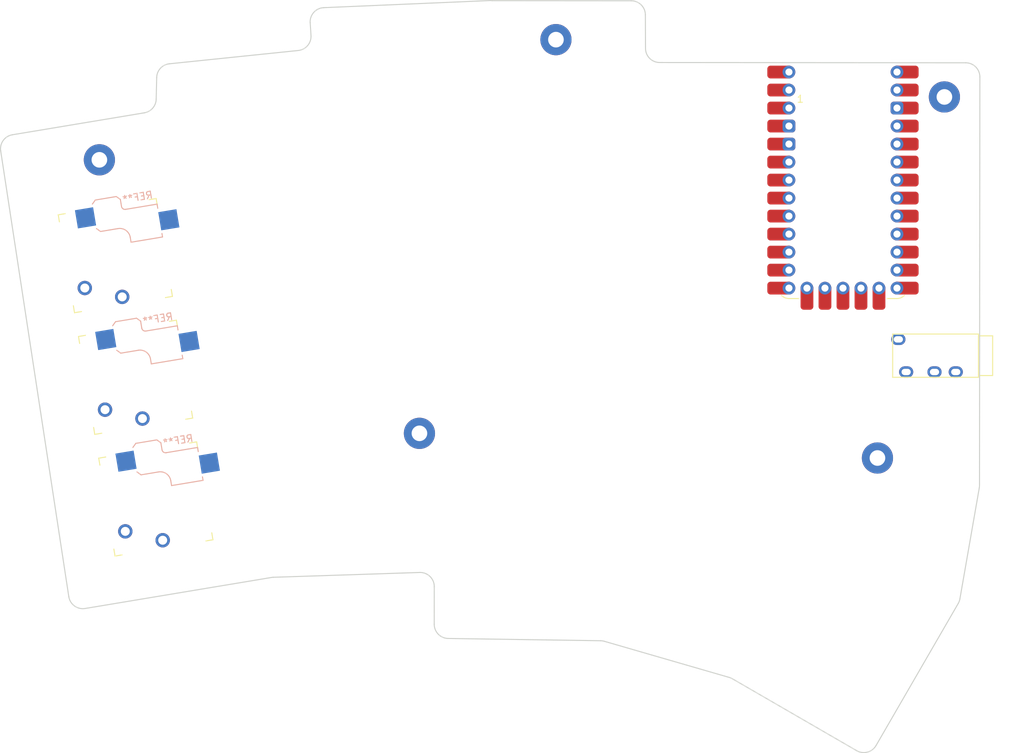
<source format=kicad_pcb>
(kicad_pcb (version 20241229) (generator "pcbnew") (generator_version "9.0")
  (title_block (title "Klorball35_left") (rev "1") (company "danbowles"))
  (layers (0 "F.Cu" signal) (2 "B.Cu" signal) (13 "F.Paste" user) (15 "B.Paste" user) (5 "F.SilkS" user "F.Silkscreen") (7 "B.SilkS" user "B.Silkscreen") (1 "F.Mask" user) (3 "B.Mask" user) (25 "Edge.Cuts" user))
  (net 0 "")
  (footprint "Mounting_Hole:MountingHole_2.2mm_M2_Pad" (layer "F.Cu") (at 230.510999 67.420137)
    (property "Reference" "H7" (hide yes))
    (property "Value" "MountingHole")
    (pad "1" thru_hole circle (at 0 0) (size 4.4 4.4) (drill 2.2) (layers "*.Cu" "*.Mask"))
  )
  (footprint "keyswitches:Kailh_socket_PG1350_optional" (layer "F.Cu") (at 168.356395 97.886487 9.45)
    (property "Reference" "REF**" (hide yes))
    (property "Value" "Kailh_socket_PG1350_optional")
    (fp_line (start -7 -6) (end -7 -7) (stroke (width 0.15)) (layer "F.SilkS"))
    (fp_line (start -5.999999 -7) (end -7 -7) (stroke (width 0.15)) (layer "F.SilkS"))
    (fp_line (start -7 7) (end -7 5.999999) (stroke (width 0.15)) (layer "F.SilkS"))
    (fp_line (start -7 7) (end -6 7) (stroke (width 0.15)) (layer "F.SilkS"))
    (fp_line (start 7 -7) (end 6 -7) (stroke (width 0.15)) (layer "F.SilkS"))
    (fp_line (start 7 -7) (end 7 -5.999999) (stroke (width 0.15)) (layer "F.SilkS"))
    (fp_line (start 5.999999 7) (end 7 7) (stroke (width 0.15)) (layer "F.SilkS"))
    (fp_line (start 7 6) (end 7 7) (stroke (width 0.15)) (layer "F.SilkS"))
    (fp_line (start -2 -7.7) (end -1.5 -8.2) (stroke (width 0.15)) (layer "B.SilkS"))
    (fp_line (start -1.5 -8.2) (end 1.5 -8.2) (stroke (width 0.15)) (layer "B.SilkS"))
    (fp_line (start -2 -4.2) (end -1.5 -3.7) (stroke (width 0.15)) (layer "B.SilkS"))
    (fp_line (start -1.5 -3.7) (end 1 -3.7) (stroke (width 0.15)) (layer "B.SilkS"))
    (fp_line (start 1.5 -8.2) (end 2 -7.7) (stroke (width 0.15)) (layer "B.SilkS"))
    (fp_line (start 2 -6.7) (end 2 -7.7) (stroke (width 0.15)) (layer "B.SilkS"))
    (fp_line (start 2.5 -2.2) (end 2.5 -1.5) (stroke (width 0.15)) (layer "B.SilkS"))
    (fp_line (start 2.5 -1.5) (end 7 -1.5) (stroke (width 0.15)) (layer "B.SilkS"))
    (fp_line (start 7 -6.2) (end 2.5 -6.2) (stroke (width 0.15)) (layer "B.SilkS"))
    (fp_line (start 7 -5.6) (end 7 -6.2) (stroke (width 0.15)) (layer "B.SilkS"))
    (fp_line (start 7 -1.5) (end 7 -2) (stroke (width 0.15)) (layer "B.SilkS"))
    (fp_arc (start 1 -3.7) (mid 2.06066 -3.26066) (end 2.5 -2.2) (stroke (width 0.15)) (layer "B.SilkS"))
    (fp_arc (start 2.5 -6.2) (mid 2.146447 -6.346447) (end 2 -6.7) (stroke (width 0.15)) (layer "B.SilkS"))
    (fp_text user "${REFERENCE}" (at 4.445 -7.62 9.45) (layer "B.SilkS") (effects (justify mirror)))
    (pad "" np_thru_hole circle (at -5.5 0 9.45) (size 1.7018 1.7018) (drill 1.7018) (layers "*.Cu" "*.Mask"))
    (pad "" np_thru_hole circle (at 0 -5.95 9.45) (size 3 3) (drill 3) (layers "*.Cu" "*.Mask"))
    (pad "" np_thru_hole circle (at 0 0 9.45) (size 3.429 3.429) (drill 3.429) (layers "*.Cu" "*.Mask"))
    (pad "" np_thru_hole circle (at 5 -3.75 9.45) (size 3 3) (drill 3) (layers "*.Cu" "*.Mask"))
    (pad "" np_thru_hole circle (at 5.5 0 9.45) (size 1.7018 1.7018) (drill 1.7018) (layers "*.Cu" "*.Mask"))
    (pad "1" smd rect (at -3.275 -5.95 9.45) (size 2.6 2.6) (layers "B.Cu" "B.Mask" "B.Paste"))
    (pad "1" thru_hole circle (at 0 5.9 9.45) (size 2.032 2.032) (drill 1.27) (layers "*.Cu" "*.Mask"))
    (pad "2" thru_hole circle (at -5 3.8 9.45) (size 2.032 2.032) (drill 1.27) (layers "*.Cu" "*.Mask"))
    (pad "2" smd rect (at 8.275 -3.75 9.45) (size 2.6 2.6) (layers "B.Cu" "B.Mask" "B.Paste"))
  )
  (footprint "Mounting_Hole:MountingHole_2.2mm_M2_Pad" (layer "F.Cu") (at 211.256069 122.955884)
    (property "Reference" "H7" (hide yes))
    (property "Value" "MountingHole")
    (pad "1" thru_hole circle (at 0 0) (size 4.4 4.4) (drill 2.2) (layers "*.Cu" "*.Mask"))
  )
  (footprint "Mounting_Hole:MountingHole_2.2mm_M2_Pad" (layer "F.Cu") (at 275.864042 126.436174)
    (property "Reference" "H7" (hide yes))
    (property "Value" "MountingHole")
    (pad "1" thru_hole circle (at 0 0) (size 4.4 4.4) (drill 2.2) (layers "*.Cu" "*.Mask"))
  )
  (footprint "keyswitches:Kailh_socket_PG1350_optional" (layer "F.Cu") (at 171.213246 115.050356 9.45)
    (property "Reference" "REF**" (hide yes))
    (property "Value" "Kailh_socket_PG1350_optional")
    (fp_line (start -7 -6) (end -7 -7) (stroke (width 0.15)) (layer "F.SilkS"))
    (fp_line (start -5.999999 -7) (end -7 -7) (stroke (width 0.15)) (layer "F.SilkS"))
    (fp_line (start -7 7) (end -7 5.999999) (stroke (width 0.15)) (layer "F.SilkS"))
    (fp_line (start -7 7) (end -6 7) (stroke (width 0.15)) (layer "F.SilkS"))
    (fp_line (start 7 -7) (end 6 -7) (stroke (width 0.15)) (layer "F.SilkS"))
    (fp_line (start 7 -7) (end 7 -5.999999) (stroke (width 0.15)) (layer "F.SilkS"))
    (fp_line (start 5.999999 7) (end 7 7) (stroke (width 0.15)) (layer "F.SilkS"))
    (fp_line (start 7 6) (end 7 7) (stroke (width 0.15)) (layer "F.SilkS"))
    (fp_line (start -2 -7.7) (end -1.5 -8.2) (stroke (width 0.15)) (layer "B.SilkS"))
    (fp_line (start -1.5 -8.2) (end 1.5 -8.2) (stroke (width 0.15)) (layer "B.SilkS"))
    (fp_line (start -2 -4.2) (end -1.5 -3.7) (stroke (width 0.15)) (layer "B.SilkS"))
    (fp_line (start -1.5 -3.7) (end 1 -3.7) (stroke (width 0.15)) (layer "B.SilkS"))
    (fp_line (start 1.5 -8.2) (end 2 -7.7) (stroke (width 0.15)) (layer "B.SilkS"))
    (fp_line (start 2 -6.7) (end 2 -7.7) (stroke (width 0.15)) (layer "B.SilkS"))
    (fp_line (start 2.5 -2.2) (end 2.5 -1.5) (stroke (width 0.15)) (layer "B.SilkS"))
    (fp_line (start 2.5 -1.5) (end 7 -1.5) (stroke (width 0.15)) (layer "B.SilkS"))
    (fp_line (start 7 -6.2) (end 2.5 -6.2) (stroke (width 0.15)) (layer "B.SilkS"))
    (fp_line (start 7 -5.6) (end 7 -6.2) (stroke (width 0.15)) (layer "B.SilkS"))
    (fp_line (start 7 -1.5) (end 7 -2) (stroke (width 0.15)) (layer "B.SilkS"))
    (fp_arc (start 1 -3.7) (mid 2.06066 -3.26066) (end 2.5 -2.2) (stroke (width 0.15)) (layer "B.SilkS"))
    (fp_arc (start 2.5 -6.2) (mid 2.146447 -6.346447) (end 2 -6.7) (stroke (width 0.15)) (layer "B.SilkS"))
    (fp_text user "${REFERENCE}" (at 4.445 -7.62 9.45) (layer "B.SilkS") (effects (justify mirror)))
    (pad "" np_thru_hole circle (at -5.5 0 9.45) (size 1.7018 1.7018) (drill 1.7018) (layers "*.Cu" "*.Mask"))
    (pad "" np_thru_hole circle (at 0 -5.95 9.45) (size 3 3) (drill 3) (layers "*.Cu" "*.Mask"))
    (pad "" np_thru_hole circle (at 0 0 9.45) (size 3.429 3.429) (drill 3.429) (layers "*.Cu" "*.Mask"))
    (pad "" np_thru_hole circle (at 5 -3.75 9.45) (size 3 3) (drill 3) (layers "*.Cu" "*.Mask"))
    (pad "" np_thru_hole circle (at 5.5 0 9.45) (size 1.7018 1.7018) (drill 1.7018) (layers "*.Cu" "*.Mask"))
    (pad "1" smd rect (at -3.275 -5.95 9.45) (size 2.6 2.6) (layers "B.Cu" "B.Mask" "B.Paste"))
    (pad "1" thru_hole circle (at 0 5.9 9.45) (size 2.032 2.032) (drill 1.27) (layers "*.Cu" "*.Mask"))
    (pad "2" thru_hole circle (at -5 3.8 9.45) (size 2.032 2.032) (drill 1.27) (layers "*.Cu" "*.Mask"))
    (pad "2" smd rect (at 8.275 -3.75 9.45) (size 2.6 2.6) (layers "B.Cu" "B.Mask" "B.Paste"))
  )
  (footprint "Mounting_Hole:MountingHole_2.2mm_M2_Pad" (layer "F.Cu") (at 285.30924 75.501901)
    (property "Reference" "H7" (hide yes))
    (property "Value" "MountingHole")
    (pad "1" thru_hole circle (at 0 0) (size 4.4 4.4) (drill 2.2) (layers "*.Cu" "*.Mask"))
  )
  (footprint "Mounting_Hole:MountingHole_2.2mm_M2_Pad" (layer "F.Cu") (at 166.107035 84.372406)
    (property "Reference" "H7" (hide yes))
    (property "Value" "MountingHole")
    (pad "1" thru_hole circle (at 0 0) (size 4.4 4.4) (drill 2.2) (layers "*.Cu" "*.Mask"))
  )
  (footprint "Keebio-Parts:TRRS-PJ-320A" (layer "F.Cu") (at 290.1125 112 -90)
    (property "Reference" "REF**")
    (property "Value" "TRRS-PJ-320A")
    (fp_line (start 3.05 12.1) (end -3.05 12.1) (stroke (width 0.15)) (layer "F.SilkS"))
    (fp_line (start -3.05 0) (end -3.05 12.1) (stroke (width 0.15)) (layer "F.SilkS"))
    (fp_line (start -2.8 0) (end -2.8 -2) (stroke (width 0.15)) (layer "F.SilkS"))
    (fp_line (start 2.8 0) (end 2.8 -2) (stroke (width 0.15)) (layer "F.SilkS"))
    (fp_line (start 3.05 0) (end 3.05 12.1) (stroke (width 0.15)) (layer "F.SilkS"))
    (fp_line (start 3.05 0) (end -3.05 0) (stroke (width 0.15)) (layer "F.SilkS"))
    (fp_line (start 2.8 -2) (end -2.8 -2) (stroke (width 0.15)) (layer "F.SilkS"))
    (pad "" np_thru_hole circle (at 0 1.6 270) (size 0.8 0.8) (drill 0.8) (layers "*.Cu" "*.Mask"))
    (pad "" np_thru_hole circle (at 0 8.6 270) (size 0.8 0.8) (drill 0.8) (layers "*.Cu" "*.Mask"))
    (pad "R1" thru_hole oval (at 2.3 6.2 270) (size 1.6 2) (drill oval 0.9 1.3) (layers "*.Cu" "*.Mask"))
    (pad "R2" thru_hole oval (at 2.3 3.2 270) (size 1.6 2) (drill oval 0.9 1.3) (layers "*.Cu" "*.Mask"))
    (pad "S" thru_hole oval (at -2.3 11.3 270) (size 1.6 2) (drill oval 0.9 1.3) (layers "*.Cu" "*.Mask"))
    (pad "T" thru_hole oval (at 2.3 10.2 270) (size 1.6 2) (drill oval 0.9 1.3) (layers "*.Cu" "*.Mask"))
  )
  (footprint "keyswitches:Kailh_socket_PG1350_optional" (layer "F.Cu") (at 174.070097 132.214225 9.45)
    (property "Reference" "REF**" (hide yes))
    (property "Value" "Kailh_socket_PG1350_optional")
    (fp_line (start -7 -6) (end -7 -7) (stroke (width 0.15)) (layer "F.SilkS"))
    (fp_line (start -5.999999 -7) (end -7 -7) (stroke (width 0.15)) (layer "F.SilkS"))
    (fp_line (start -7 7) (end -7 5.999999) (stroke (width 0.15)) (layer "F.SilkS"))
    (fp_line (start -7 7) (end -6 7) (stroke (width 0.15)) (layer "F.SilkS"))
    (fp_line (start 7 -7) (end 6 -7) (stroke (width 0.15)) (layer "F.SilkS"))
    (fp_line (start 7 -7) (end 7 -5.999999) (stroke (width 0.15)) (layer "F.SilkS"))
    (fp_line (start 5.999999 7) (end 7 7) (stroke (width 0.15)) (layer "F.SilkS"))
    (fp_line (start 7 6) (end 7 7) (stroke (width 0.15)) (layer "F.SilkS"))
    (fp_line (start -2 -7.7) (end -1.5 -8.2) (stroke (width 0.15)) (layer "B.SilkS"))
    (fp_line (start -1.5 -8.2) (end 1.5 -8.2) (stroke (width 0.15)) (layer "B.SilkS"))
    (fp_line (start -2 -4.2) (end -1.5 -3.7) (stroke (width 0.15)) (layer "B.SilkS"))
    (fp_line (start -1.5 -3.7) (end 1 -3.7) (stroke (width 0.15)) (layer "B.SilkS"))
    (fp_line (start 1.5 -8.2) (end 2 -7.7) (stroke (width 0.15)) (layer "B.SilkS"))
    (fp_line (start 2 -6.7) (end 2 -7.7) (stroke (width 0.15)) (layer "B.SilkS"))
    (fp_line (start 2.5 -2.2) (end 2.5 -1.5) (stroke (width 0.15)) (layer "B.SilkS"))
    (fp_line (start 2.5 -1.5) (end 7 -1.5) (stroke (width 0.15)) (layer "B.SilkS"))
    (fp_line (start 7 -6.2) (end 2.5 -6.2) (stroke (width 0.15)) (layer "B.SilkS"))
    (fp_line (start 7 -5.6) (end 7 -6.2) (stroke (width 0.15)) (layer "B.SilkS"))
    (fp_line (start 7 -1.5) (end 7 -2) (stroke (width 0.15)) (layer "B.SilkS"))
    (fp_arc (start 1 -3.7) (mid 2.06066 -3.26066) (end 2.5 -2.2) (stroke (width 0.15)) (layer "B.SilkS"))
    (fp_arc (start 2.5 -6.2) (mid 2.146447 -6.346447) (end 2 -6.7) (stroke (width 0.15)) (layer "B.SilkS"))
    (fp_text user "${REFERENCE}" (at 4.445 -7.62 9.45) (layer "B.SilkS") (effects (justify mirror)))
    (pad "" np_thru_hole circle (at -5.5 0 9.45) (size 1.7018 1.7018) (drill 1.7018) (layers "*.Cu" "*.Mask"))
    (pad "" np_thru_hole circle (at 0 -5.95 9.45) (size 3 3) (drill 3) (layers "*.Cu" "*.Mask"))
    (pad "" np_thru_hole circle (at 0 0 9.45) (size 3.429 3.429) (drill 3.429) (layers "*.Cu" "*.Mask"))
    (pad "" np_thru_hole circle (at 5 -3.75 9.45) (size 3 3) (drill 3) (layers "*.Cu" "*.Mask"))
    (pad "" np_thru_hole circle (at 5.5 0 9.45) (size 1.7018 1.7018) (drill 1.7018) (layers "*.Cu" "*.Mask"))
    (pad "1" smd rect (at -3.275 -5.95 9.45) (size 2.6 2.6) (layers "B.Cu" "B.Mask" "B.Paste"))
    (pad "1" thru_hole circle (at 0 5.9 9.45) (size 2.032 2.032) (drill 1.27) (layers "*.Cu" "*.Mask"))
    (pad "2" thru_hole circle (at -5 3.8 9.45) (size 2.032 2.032) (drill 1.27) (layers "*.Cu" "*.Mask"))
    (pad "2" smd rect (at 8.275 -3.75 9.45) (size 2.6 2.6) (layers "B.Cu" "B.Mask" "B.Paste"))
  )
  (footprint "Helios:Helios_ACH" (layer "F.Cu") (at 271 88.5)
    (property "Reference" "U1" (hide yes))
    (property "Value" "Helios")
    (fp_line (start -6.22 15.44) (end -7.62 15.44) (stroke (width 0.15)) (layer "F.SilkS"))
    (fp_line (start 7.62 15.44) (end 6.22 15.44) (stroke (width 0.15)) (layer "F.SilkS"))
    (fp_arc (start -7.62 15.44) (mid -8.182545 15.328105) (end -8.659447 15.009447) (stroke (width 0.15)) (layer "F.SilkS"))
    (fp_arc (start 8.659447 15.009447) (mid 8.182544 15.328102) (end 7.62 15.44) (stroke (width 0.15)) (layer "F.SilkS"))
    (fp_text user "1" (at -6.02 -13.2825 180) (layer "F.SilkS") (effects (justify top)))
    (pad "1" smd roundrect (at -8.92 -13.97) (size 3.5 1.8) (layers "F.Cu" "F.Mask"))
    (pad "1" thru_hole circle (at -7.62 -13.97) (size 1.8 1.8) (drill 1) (layers "*.Cu" "*.Mask"))
    (pad "2" smd roundrect (at -8.92 -11.43) (size 3.5 1.8) (layers "F.Cu" "F.Mask"))
    (pad "2" thru_hole circle (at -7.62 -11.43) (size 1.8 1.8) (drill 1) (layers "*.Cu" "*.Mask"))
    (pad "3" smd roundrect (at -8.92 -8.89) (size 3.5 1.8) (layers "F.Cu" "F.Mask"))
    (pad "3" thru_hole roundrect (at -7.62 -8.89) (size 1.8 1.8) (drill 1) (layers "*.Cu" "*.Mask"))
    (pad "4" smd roundrect (at -8.92 -6.35) (size 3.5 1.8) (layers "F.Cu" "F.Mask"))
    (pad "4" thru_hole roundrect (at -7.62 -6.35) (size 1.8 1.8) (drill 1) (layers "*.Cu" "*.Mask"))
    (pad "5" smd roundrect (at -8.92 -3.81) (size 3.5 1.8) (layers "F.Cu" "F.Mask"))
    (pad "5" thru_hole circle (at -7.62 -3.81) (size 1.8 1.8) (drill 1) (layers "*.Cu" "*.Mask"))
    (pad "6" smd roundrect (at -8.92 -1.27) (size 3.5 1.8) (layers "F.Cu" "F.Mask"))
    (pad "6" thru_hole circle (at -7.62 -1.27) (size 1.8 1.8) (drill 1) (layers "*.Cu" "*.Mask"))
    (pad "7" smd roundrect (at -8.92 1.27) (size 3.5 1.8) (layers "F.Cu" "F.Mask"))
    (pad "7" thru_hole circle (at -7.62 1.27) (size 1.8 1.8) (drill 1) (layers "*.Cu" "*.Mask"))
    (pad "8" smd roundrect (at -8.92 3.81) (size 3.5 1.8) (layers "F.Cu" "F.Mask"))
    (pad "8" thru_hole circle (at -7.62 3.81) (size 1.8 1.8) (drill 1) (layers "*.Cu" "*.Mask"))
    (pad "9" smd roundrect (at -8.92 6.35) (size 3.5 1.8) (layers "F.Cu" "F.Mask"))
    (pad "9" thru_hole circle (at -7.62 6.35) (size 1.8 1.8) (drill 1) (layers "*.Cu" "*.Mask"))
    (pad "10" smd roundrect (at -8.919999 8.89) (size 3.5 1.8) (layers "F.Cu" "F.Mask"))
    (pad "10" thru_hole circle (at -7.62 8.89) (size 1.8 1.8) (drill 1) (layers "*.Cu" "*.Mask"))
    (pad "11" smd roundrect (at -8.92 11.43) (size 3.5 1.8) (layers "F.Cu" "F.Mask"))
    (pad "11" thru_hole circle (at -7.62 11.43) (size 1.8 1.8) (drill 1) (layers "*.Cu" "*.Mask"))
    (pad "12" smd roundrect (at -8.92 13.97) (size 3.5 1.8) (layers "F.Cu" "F.Mask"))
    (pad "12" thru_hole circle (at -7.62 13.97) (size 1.8 1.8) (drill 1) (layers "*.Cu" "*.Mask"))
    (pad "13" thru_hole circle (at 7.62 -13.97) (size 1.8 1.8) (drill 1) (layers "*.Cu" "*.Mask"))
    (pad "13" smd roundrect (at 8.92 -13.97) (size 3.5 1.8) (layers "F.Cu" "F.Mask"))
    (pad "14" thru_hole roundrect (at 7.62 -11.43) (size 1.8 1.8) (drill 1) (layers "*.Cu" "*.Mask"))
    (pad "14" smd roundrect (at 8.92 -11.43) (size 3.5 1.8) (layers "F.Cu" "F.Mask"))
    (pad "15" thru_hole circle (at 7.62 -8.89) (size 1.8 1.8) (drill 1) (layers "*.Cu" "*.Mask"))
    (pad "15" smd roundrect (at 8.919999 -8.89) (size 3.5 1.8) (layers "F.Cu" "F.Mask"))
    (pad "16" thru_hole circle (at 7.62 -6.35) (size 1.8 1.8) (drill 1) (layers "*.Cu" "*.Mask"))
    (pad "16" smd roundrect (at 8.92 -6.35) (size 3.5 1.8) (layers "F.Cu" "F.Mask"))
    (pad "17" thru_hole circle (at 7.62 -3.81) (size 1.8 1.8) (drill 1) (layers "*.Cu" "*.Mask"))
    (pad "17" smd roundrect (at 8.92 -3.81) (size 3.5 1.8) (layers "F.Cu" "F.Mask"))
    (pad "18" thru_hole circle (at 7.62 -1.27) (size 1.8 1.8) (drill 1) (layers "*.Cu" "*.Mask"))
    (pad "18" smd roundrect (at 8.92 -1.27) (size 3.5 1.8) (layers "F.Cu" "F.Mask"))
    (pad "19" thru_hole circle (at 7.62 1.27) (size 1.8 1.8) (drill 1) (layers "*.Cu" "*.Mask"))
    (pad "19" smd roundrect (at 8.92 1.27) (size 3.5 1.8) (layers "F.Cu" "F.Mask"))
    (pad "20" thru_hole circle (at 7.62 3.81) (size 1.8 1.8) (drill 1) (layers "*.Cu" "*.Mask"))
    (pad "20" smd roundrect (at 8.92 3.81) (size 3.5 1.8) (layers "F.Cu" "F.Mask"))
    (pad "21" thru_hole circle (at 7.62 6.35) (size 1.8 1.8) (drill 1) (layers "*.Cu" "*.Mask"))
    (pad "21" smd roundrect (at 8.92 6.35) (size 3.5 1.8) (layers "F.Cu" "F.Mask"))
    (pad "22" thru_hole circle (at 7.62 8.89) (size 1.8 1.8) (drill 1) (layers "*.Cu" "*.Mask"))
    (pad "22" smd roundrect (at 8.92 8.89) (size 3.5 1.8) (layers "F.Cu" "F.Mask"))
    (pad "23" thru_hole circle (at 7.62 11.43) (size 1.8 1.8) (drill 1) (layers "*.Cu" "*.Mask"))
    (pad "23" smd roundrect (at 8.92 11.43) (size 3.5 1.8) (layers "F.Cu" "F.Mask"))
    (pad "24" thru_hole circle (at 7.62 13.97) (size 1.8 1.8) (drill 1) (layers "*.Cu" "*.Mask"))
    (pad "24" smd roundrect (at 8.92 13.97) (size 3.5 1.8) (layers "F.Cu" "F.Mask"))
    (pad "25" thru_hole circle (at -5.08 13.97) (size 1.8 1.8) (drill 1) (layers "*.Cu" "*.Mask"))
    (pad "25" smd roundrect (at -5.08 15.27 90) (size 3.5 1.8) (layers "F.Cu" "F.Mask"))
    (pad "26" thru_hole circle (at -2.54 13.97) (size 1.8 1.8) (drill 1) (layers "*.Cu" "*.Mask"))
    (pad "26" smd roundrect (at -2.54 15.27 90) (size 3.5 1.8) (layers "F.Cu" "F.Mask"))
    (pad "27" thru_hole circle (at 0 13.97) (size 1.8 1.8) (drill 1) (layers "*.Cu" "*.Mask"))
    (pad "27" smd roundrect (at 0 15.27 90) (size 3.5 1.8) (layers "F.Cu" "F.Mask"))
    (pad "28" thru_hole circle (at 2.54 13.97) (size 1.8 1.8) (drill 1) (layers "*.Cu" "*.Mask"))
    (pad "28" smd roundrect (at 2.54 15.27 90) (size 3.5 1.8) (layers "F.Cu" "F.Mask"))
    (pad "29" thru_hole circle (at 5.08 13.97) (size 1.8 1.8) (drill 1) (layers "*.Cu" "*.Mask"))
    (pad "29" smd roundrect (at 5.08 15.27 90) (size 3.5 1.8) (layers "F.Cu" "F.Mask"))
    (pad "30" thru_hole circle (at 7.62 -16.51) (size 1.8 1.8) (drill 1) (layers "*.Cu" "*.Mask"))
    (pad "30" smd roundrect (at 8.92 -16.51 180) (size 3.5 1.8) (layers "F.Cu" "F.Mask"))
    (pad "31" smd roundrect (at -8.92 -16.51) (size 3.5 1.8) (layers "F.Cu" "F.Mask"))
    (pad "31" thru_hole circle (at -7.62 -16.51) (size 1.8 1.8) (drill 1) (layers "*.Cu" "*.Mask"))
  )
  (gr_arc (start 195.845112 65.030271) (mid 196.35492 63.568071) (end 197.755768 62.9081) (stroke (width 0.15)) (layer "Edge.Cuts"))
  (gr_line (start 195.957224 66.835074) (end 195.845111 65.030271) (stroke (width 0.15)) (layer "Edge.Cuts"))
  (gr_arc (start 174.190836 72.768388) (mid 174.720876 71.457975) (end 175.984938 70.825305) (stroke (width 0.15)) (layer "Edge.Cuts"))
  (gr_line (start 290.230858 130.645065) (end 287.496147 146.301046) (stroke (width 0.15)) (layer "Edge.Cuts"))
  (gr_line (start 290.310968 72.685176) (end 290.260687 130.302671) (stroke (width 0.15)) (layer "Edge.Cuts"))
  (gr_line (start 153.83398 80.839537) (end 172.449137 77.741125) (stroke (width 0.15)) (layer "Edge.Cuts"))
  (gr_line (start 221.255333 61.902632) (end 221.520336 61.920141) (stroke (width 0.15)) (layer "Edge.Cuts"))
  (gr_arc (start 174.120227 75.814613) (mid 173.631581 77.078775) (end 172.449137 77.741125) (stroke (width 0.15)) (layer "Edge.Cuts"))
  (gr_arc (start 164.097756 147.661178) (mid 162.59575 147.30776) (end 161.792327 145.990401) (stroke (width 0.15)) (layer "Edge.Cuts"))
  (gr_line (start 221.520336 61.920141) (end 241.129498 61.937253) (stroke (width 0.15)) (layer "Edge.Cuts"))
  (gr_line (start 243.127739 63.929808) (end 243.145321 68.653205) (stroke (width 0.15)) (layer "Edge.Cuts"))
  (gr_line (start 190.377212 143.287078) (end 164.097756 147.661179) (stroke (width 0.15)) (layer "Edge.Cuts"))
  (gr_line (start 175.984938 70.825305) (end 194.166433 68.948503) (stroke (width 0.15)) (layer "Edge.Cuts"))
  (gr_arc (start 195.957224 66.835074) (mid 195.486952 68.252012) (end 194.166433 68.948503) (stroke (width 0.15)) (layer "Edge.Cuts"))
  (gr_arc (start 254.955566 157.388642) (mid 255.184194 157.470115) (end 255.40127 157.578683) (stroke (width 0.15)) (layer "Edge.Cuts"))
  (gr_arc (start 245.143562 70.645759) (mid 243.73311 70.061987) (end 243.145321 68.653205) (stroke (width 0.15)) (layer "Edge.Cuts"))
  (gr_arc (start 275.66727 166.99229) (mid 274.452045 167.923081) (end 272.934582 167.721956) (stroke (width 0.15)) (layer "Edge.Cuts"))
  (gr_line (start 287.257155 146.958418) (end 275.667271 166.99229) (stroke (width 0.15)) (layer "Edge.Cuts"))
  (gr_arc (start 288.312714 70.683432) (mid 289.726416 71.270452) (end 290.310968 72.685176) (stroke (width 0.15)) (layer "Edge.Cuts"))
  (gr_line (start 254.955566 157.388642) (end 237.335041 152.291037) (stroke (width 0.15)) (layer "Edge.Cuts"))
  (gr_line (start 174.120227 75.814612) (end 174.190836 72.768388) (stroke (width 0.15)) (layer "Edge.Cuts"))
  (gr_line (start 161.792327 145.990401) (end 152.185299 83.114476) (stroke (width 0.15)) (layer "Edge.Cuts"))
  (gr_arc (start 190.377212 143.287078) (mid 190.508051 143.269715) (end 190.63975 143.26102) (stroke (width 0.15)) (layer "Edge.Cuts"))
  (gr_line (start 213.343564 149.890878) (end 213.348197 144.581803) (stroke (width 0.15)) (layer "Edge.Cuts"))
  (gr_line (start 211.282362 142.581141) (end 190.63975 143.26102) (stroke (width 0.15)) (layer "Edge.Cuts"))
  (gr_arc (start 290.260688 130.302671) (mid 290.253142 130.47451) (end 290.230858 130.645065) (stroke (width 0.15)) (layer "Edge.Cuts"))
  (gr_arc (start 241.129497 61.937253) (mid 242.539949 62.521025) (end 243.127739 63.929808) (stroke (width 0.15)) (layer "Edge.Cuts"))
  (gr_line (start 197.755768 62.9081) (end 221.255333 61.902632) (stroke (width 0.15)) (layer "Edge.Cuts"))
  (gr_arc (start 152.185299 83.114476) (mid 152.542913 81.638763) (end 153.83398 80.839537) (stroke (width 0.15)) (layer "Edge.Cuts"))
  (gr_arc (start 215.313786 151.892401) (mid 213.918249 151.295647) (end 213.343564 149.890878) (stroke (width 0.15)) (layer "Edge.Cuts"))
  (gr_line (start 272.934582 167.721957) (end 255.40127 157.578683) (stroke (width 0.15)) (layer "Edge.Cuts"))
  (gr_arc (start 211.282363 142.581141) (mid 212.739568 143.143363) (end 213.348197 144.581803) (stroke (width 0.15)) (layer "Edge.Cuts"))
  (gr_arc (start 287.496147 146.301046) (mid 287.405612 146.640261) (end 287.257155 146.958418) (stroke (width 0.15)) (layer "Edge.Cuts"))
  (gr_line (start 236.809012 152.212477) (end 215.313786 151.892402) (stroke (width 0.15)) (layer "Edge.Cuts"))
  (gr_arc (start 236.809012 152.212477) (mid 237.07465 152.234193) (end 237.335041 152.291037) (stroke (width 0.15)) (layer "Edge.Cuts"))
  (gr_line (start 245.143562 70.64576) (end 288.312714 70.683432) (stroke (width 0.15)) (layer "Edge.Cuts"))
)
</source>
